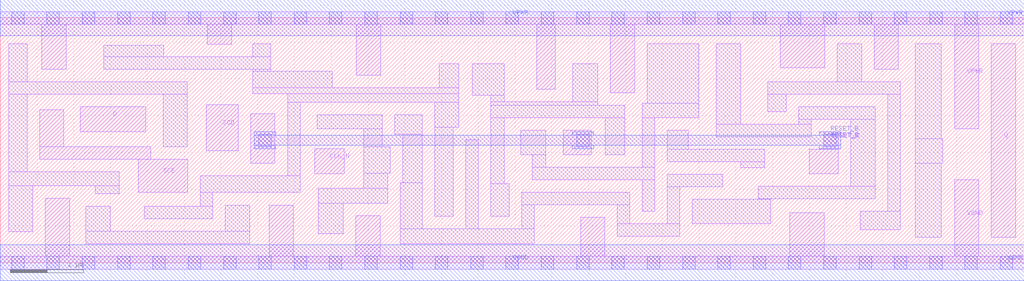
<source format=lef>
# Copyright 2020 The SkyWater PDK Authors
#
# Licensed under the Apache License, Version 2.0 (the "License");
# you may not use this file except in compliance with the License.
# You may obtain a copy of the License at
#
#     https://www.apache.org/licenses/LICENSE-2.0
#
# Unless required by applicable law or agreed to in writing, software
# distributed under the License is distributed on an "AS IS" BASIS,
# WITHOUT WARRANTIES OR CONDITIONS OF ANY KIND, either express or implied.
# See the License for the specific language governing permissions and
# limitations under the License.
#
# SPDX-License-Identifier: Apache-2.0

VERSION 5.7 ;
  NAMESCASESENSITIVE ON ;
  NOWIREEXTENSIONATPIN ON ;
  DIVIDERCHAR "/" ;
  BUSBITCHARS "[]" ;
UNITS
  DATABASE MICRONS 200 ;
END UNITS
MACRO sky130_fd_sc_ms__sdfrtn_1
  CLASS CORE ;
  SOURCE USER ;
  FOREIGN sky130_fd_sc_ms__sdfrtn_1 ;
  ORIGIN  0.000000  0.000000 ;
  SIZE  13.92000 BY  3.330000 ;
  SYMMETRY X Y R90 ;
  SITE unit ;
  PIN D
    ANTENNAGATEAREA  0.178200 ;
    DIRECTION INPUT ;
    USE SIGNAL ;
    PORT
      LAYER li1 ;
        RECT 1.085000 1.780000 1.980000 2.120000 ;
    END
  END D
  PIN Q
    ANTENNADIFFAREA  0.530100 ;
    DIRECTION OUTPUT ;
    USE SIGNAL ;
    PORT
      LAYER li1 ;
        RECT 13.475000 0.350000 13.805000 2.980000 ;
    END
  END Q
  PIN RESET_B
    ANTENNAGATEAREA  0.455400 ;
    DIRECTION INPUT ;
    USE SIGNAL ;
    PORT
      LAYER li1 ;
        RECT  3.405000 1.355000  3.735000 2.025000 ;
        RECT  7.655000 1.470000  8.035000 1.800000 ;
        RECT 10.995000 1.210000 11.395000 1.540000 ;
        RECT 11.195000 1.540000 11.395000 1.780000 ;
      LAYER mcon ;
        RECT  3.515000 1.580000  3.685000 1.750000 ;
        RECT  7.835000 1.580000  8.005000 1.750000 ;
        RECT 11.195000 1.580000 11.365000 1.750000 ;
      LAYER met1 ;
        RECT  3.455000 1.550000  3.745000 1.595000 ;
        RECT  3.455000 1.595000 11.425000 1.735000 ;
        RECT  3.455000 1.735000  3.745000 1.780000 ;
        RECT  7.775000 1.550000  8.065000 1.595000 ;
        RECT  7.775000 1.735000  8.065000 1.780000 ;
        RECT 11.135000 1.550000 11.425000 1.595000 ;
        RECT 11.135000 1.735000 11.425000 1.780000 ;
    END
  END RESET_B
  PIN SCD
    ANTENNAGATEAREA  0.178200 ;
    DIRECTION INPUT ;
    USE SIGNAL ;
    PORT
      LAYER li1 ;
        RECT 2.800000 1.525000 3.235000 2.150000 ;
    END
  END SCD
  PIN SCE
    ANTENNAGATEAREA  0.356400 ;
    DIRECTION INPUT ;
    USE SIGNAL ;
    PORT
      LAYER li1 ;
        RECT 0.535000 1.410000 2.045000 1.580000 ;
        RECT 0.535000 1.580000 0.865000 2.080000 ;
        RECT 1.875000 0.955000 2.550000 1.410000 ;
    END
  END SCE
  PIN CLK_N
    ANTENNAGATEAREA  0.291000 ;
    DIRECTION INPUT ;
    USE CLOCK ;
    PORT
      LAYER li1 ;
        RECT 4.275000 1.210000 4.675000 1.550000 ;
    END
  END CLK_N
  PIN VGND
    DIRECTION INOUT ;
    USE GROUND ;
    PORT
      LAYER li1 ;
        RECT  0.000000 -0.085000 13.920000 0.085000 ;
        RECT  0.615000  0.085000  0.945000 0.880000 ;
        RECT  3.655000  0.085000  3.985000 0.780000 ;
        RECT  4.835000  0.085000  5.165000 0.640000 ;
        RECT  7.890000  0.085000  8.220000 0.620000 ;
        RECT 10.730000  0.085000 11.200000 0.680000 ;
        RECT 12.975000  0.085000 13.305000 1.130000 ;
      LAYER mcon ;
        RECT  0.155000 -0.085000  0.325000 0.085000 ;
        RECT  0.635000 -0.085000  0.805000 0.085000 ;
        RECT  1.115000 -0.085000  1.285000 0.085000 ;
        RECT  1.595000 -0.085000  1.765000 0.085000 ;
        RECT  2.075000 -0.085000  2.245000 0.085000 ;
        RECT  2.555000 -0.085000  2.725000 0.085000 ;
        RECT  3.035000 -0.085000  3.205000 0.085000 ;
        RECT  3.515000 -0.085000  3.685000 0.085000 ;
        RECT  3.995000 -0.085000  4.165000 0.085000 ;
        RECT  4.475000 -0.085000  4.645000 0.085000 ;
        RECT  4.955000 -0.085000  5.125000 0.085000 ;
        RECT  5.435000 -0.085000  5.605000 0.085000 ;
        RECT  5.915000 -0.085000  6.085000 0.085000 ;
        RECT  6.395000 -0.085000  6.565000 0.085000 ;
        RECT  6.875000 -0.085000  7.045000 0.085000 ;
        RECT  7.355000 -0.085000  7.525000 0.085000 ;
        RECT  7.835000 -0.085000  8.005000 0.085000 ;
        RECT  8.315000 -0.085000  8.485000 0.085000 ;
        RECT  8.795000 -0.085000  8.965000 0.085000 ;
        RECT  9.275000 -0.085000  9.445000 0.085000 ;
        RECT  9.755000 -0.085000  9.925000 0.085000 ;
        RECT 10.235000 -0.085000 10.405000 0.085000 ;
        RECT 10.715000 -0.085000 10.885000 0.085000 ;
        RECT 11.195000 -0.085000 11.365000 0.085000 ;
        RECT 11.675000 -0.085000 11.845000 0.085000 ;
        RECT 12.155000 -0.085000 12.325000 0.085000 ;
        RECT 12.635000 -0.085000 12.805000 0.085000 ;
        RECT 13.115000 -0.085000 13.285000 0.085000 ;
        RECT 13.595000 -0.085000 13.765000 0.085000 ;
      LAYER met1 ;
        RECT 0.000000 -0.245000 13.920000 0.245000 ;
    END
  END VGND
  PIN VPWR
    DIRECTION INOUT ;
    USE POWER ;
    PORT
      LAYER li1 ;
        RECT  0.000000 3.245000 13.920000 3.415000 ;
        RECT  0.565000 2.630000  0.895000 3.245000 ;
        RECT  2.815000 2.970000  3.145000 3.245000 ;
        RECT  4.840000 2.550000  5.170000 3.245000 ;
        RECT  7.295000 2.360000  7.545000 3.245000 ;
        RECT  8.295000 2.310000  8.625000 3.245000 ;
        RECT 10.605000 2.650000 11.210000 3.245000 ;
        RECT 11.880000 2.630000 12.210000 3.245000 ;
        RECT 12.975000 1.820000 13.305000 3.245000 ;
      LAYER mcon ;
        RECT  0.155000 3.245000  0.325000 3.415000 ;
        RECT  0.635000 3.245000  0.805000 3.415000 ;
        RECT  1.115000 3.245000  1.285000 3.415000 ;
        RECT  1.595000 3.245000  1.765000 3.415000 ;
        RECT  2.075000 3.245000  2.245000 3.415000 ;
        RECT  2.555000 3.245000  2.725000 3.415000 ;
        RECT  3.035000 3.245000  3.205000 3.415000 ;
        RECT  3.515000 3.245000  3.685000 3.415000 ;
        RECT  3.995000 3.245000  4.165000 3.415000 ;
        RECT  4.475000 3.245000  4.645000 3.415000 ;
        RECT  4.955000 3.245000  5.125000 3.415000 ;
        RECT  5.435000 3.245000  5.605000 3.415000 ;
        RECT  5.915000 3.245000  6.085000 3.415000 ;
        RECT  6.395000 3.245000  6.565000 3.415000 ;
        RECT  6.875000 3.245000  7.045000 3.415000 ;
        RECT  7.355000 3.245000  7.525000 3.415000 ;
        RECT  7.835000 3.245000  8.005000 3.415000 ;
        RECT  8.315000 3.245000  8.485000 3.415000 ;
        RECT  8.795000 3.245000  8.965000 3.415000 ;
        RECT  9.275000 3.245000  9.445000 3.415000 ;
        RECT  9.755000 3.245000  9.925000 3.415000 ;
        RECT 10.235000 3.245000 10.405000 3.415000 ;
        RECT 10.715000 3.245000 10.885000 3.415000 ;
        RECT 11.195000 3.245000 11.365000 3.415000 ;
        RECT 11.675000 3.245000 11.845000 3.415000 ;
        RECT 12.155000 3.245000 12.325000 3.415000 ;
        RECT 12.635000 3.245000 12.805000 3.415000 ;
        RECT 13.115000 3.245000 13.285000 3.415000 ;
        RECT 13.595000 3.245000 13.765000 3.415000 ;
      LAYER met1 ;
        RECT 0.000000 3.085000 13.920000 3.575000 ;
    END
  END VPWR
  OBS
    LAYER li1 ;
      RECT  0.115000 0.420000  0.445000 1.050000 ;
      RECT  0.115000 1.050000  1.620000 1.240000 ;
      RECT  0.115000 1.240000  0.365000 2.290000 ;
      RECT  0.115000 2.290000  2.545000 2.460000 ;
      RECT  0.115000 2.460000  0.365000 2.980000 ;
      RECT  1.165000 0.255000  3.390000 0.425000 ;
      RECT  1.165000 0.425000  1.495000 0.765000 ;
      RECT  1.290000 0.935000  1.620000 1.050000 ;
      RECT  1.405000 2.630000  3.680000 2.800000 ;
      RECT  1.405000 2.800000  2.220000 2.960000 ;
      RECT  1.955000 0.595000  2.890000 0.765000 ;
      RECT  2.215000 1.580000  2.545000 2.290000 ;
      RECT  2.720000 0.765000  2.890000 0.960000 ;
      RECT  2.720000 0.960000  4.075000 1.185000 ;
      RECT  3.060000 0.425000  3.390000 0.780000 ;
      RECT  3.430000 2.300000  6.235000 2.380000 ;
      RECT  3.430000 2.380000  4.515000 2.600000 ;
      RECT  3.430000 2.600000  3.680000 2.630000 ;
      RECT  3.430000 2.800000  3.680000 2.980000 ;
      RECT  3.905000 1.185000  4.075000 2.180000 ;
      RECT  3.905000 2.180000  6.235000 2.300000 ;
      RECT  4.310000 1.820000  5.190000 2.010000 ;
      RECT  4.325000 0.395000  4.660000 0.810000 ;
      RECT  4.325000 0.810000  5.270000 1.010000 ;
      RECT  4.940000 1.010000  5.270000 1.220000 ;
      RECT  4.940000 1.220000  5.300000 1.575000 ;
      RECT  4.940000 1.575000  5.190000 1.820000 ;
      RECT  5.360000 1.745000  5.735000 2.010000 ;
      RECT  5.440000 0.255000  7.260000 0.465000 ;
      RECT  5.440000 0.465000  5.735000 1.090000 ;
      RECT  5.470000 1.090000  5.735000 1.745000 ;
      RECT  5.910000 0.635000  6.160000 1.840000 ;
      RECT  5.910000 1.840000  6.235000 2.180000 ;
      RECT  5.965000 2.380000  6.235000 2.705000 ;
      RECT  6.330000 0.465000  6.500000 1.670000 ;
      RECT  6.415000 2.275000  6.850000 2.705000 ;
      RECT  6.670000 0.635000  6.920000 1.075000 ;
      RECT  6.670000 1.075000  6.850000 1.970000 ;
      RECT  6.670000 1.970000  8.490000 2.140000 ;
      RECT  6.670000 2.140000  8.125000 2.190000 ;
      RECT  6.670000 2.190000  6.850000 2.275000 ;
      RECT  7.075000 1.470000  7.415000 1.800000 ;
      RECT  7.090000 0.465000  7.260000 0.790000 ;
      RECT  7.090000 0.790000  8.560000 0.960000 ;
      RECT  7.235000 1.130000  8.900000 1.300000 ;
      RECT  7.235000 1.300000  7.415000 1.470000 ;
      RECT  7.785000 2.190000  8.125000 2.705000 ;
      RECT  8.225000 1.470000  8.490000 1.970000 ;
      RECT  8.390000 0.360000  9.240000 0.530000 ;
      RECT  8.390000 0.530000  8.560000 0.790000 ;
      RECT  8.730000 0.700000  8.900000 1.130000 ;
      RECT  8.730000 1.300000  8.900000 1.970000 ;
      RECT  8.730000 1.970000  9.495000 2.165000 ;
      RECT  8.795000 2.165000  9.495000 2.980000 ;
      RECT  9.070000 0.530000  9.240000 1.030000 ;
      RECT  9.070000 1.030000  9.825000 1.200000 ;
      RECT  9.070000 1.370000 10.395000 1.540000 ;
      RECT  9.070000 1.540000  9.350000 1.800000 ;
      RECT  9.410000 0.530000 10.475000 0.860000 ;
      RECT  9.735000 1.710000 11.025000 1.880000 ;
      RECT  9.735000 1.880000 10.065000 2.980000 ;
      RECT 10.065000 1.290000 10.395000 1.370000 ;
      RECT 10.305000 0.860000 10.475000 0.870000 ;
      RECT 10.305000 0.870000 11.895000 1.040000 ;
      RECT 10.435000 2.050000 10.685000 2.290000 ;
      RECT 10.435000 2.290000 12.235000 2.460000 ;
      RECT 10.855000 1.880000 11.025000 1.950000 ;
      RECT 10.855000 1.950000 11.895000 2.120000 ;
      RECT 11.380000 2.460000 11.710000 2.980000 ;
      RECT 11.565000 1.040000 11.895000 1.950000 ;
      RECT 11.690000 0.450000 12.235000 0.700000 ;
      RECT 12.065000 0.700000 12.235000 2.290000 ;
      RECT 12.440000 0.350000 12.795000 1.355000 ;
      RECT 12.440000 1.355000 12.810000 1.685000 ;
      RECT 12.440000 1.685000 12.795000 2.980000 ;
  END
END sky130_fd_sc_ms__sdfrtn_1

</source>
